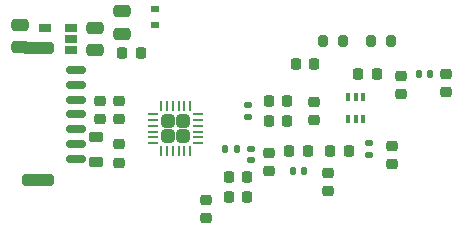
<source format=gbr>
%TF.GenerationSoftware,KiCad,Pcbnew,6.0.4-6f826c9f35~116~ubuntu20.04.1*%
%TF.CreationDate,2022-06-02T21:43:18+00:00*%
%TF.ProjectId,TFLORA01B,54464c4f-5241-4303-9142-2e6b69636164,rev?*%
%TF.SameCoordinates,Original*%
%TF.FileFunction,Paste,Bot*%
%TF.FilePolarity,Positive*%
%FSLAX46Y46*%
G04 Gerber Fmt 4.6, Leading zero omitted, Abs format (unit mm)*
G04 Created by KiCad (PCBNEW 6.0.4-6f826c9f35~116~ubuntu20.04.1) date 2022-06-02 21:43:18*
%MOMM*%
%LPD*%
G01*
G04 APERTURE LIST*
G04 Aperture macros list*
%AMRoundRect*
0 Rectangle with rounded corners*
0 $1 Rounding radius*
0 $2 $3 $4 $5 $6 $7 $8 $9 X,Y pos of 4 corners*
0 Add a 4 corners polygon primitive as box body*
4,1,4,$2,$3,$4,$5,$6,$7,$8,$9,$2,$3,0*
0 Add four circle primitives for the rounded corners*
1,1,$1+$1,$2,$3*
1,1,$1+$1,$4,$5*
1,1,$1+$1,$6,$7*
1,1,$1+$1,$8,$9*
0 Add four rect primitives between the rounded corners*
20,1,$1+$1,$2,$3,$4,$5,0*
20,1,$1+$1,$4,$5,$6,$7,0*
20,1,$1+$1,$6,$7,$8,$9,0*
20,1,$1+$1,$8,$9,$2,$3,0*%
G04 Aperture macros list end*
%ADD10RoundRect,0.225000X0.250000X-0.225000X0.250000X0.225000X-0.250000X0.225000X-0.250000X-0.225000X0*%
%ADD11RoundRect,0.225000X0.225000X0.250000X-0.225000X0.250000X-0.225000X-0.250000X0.225000X-0.250000X0*%
%ADD12RoundRect,0.225000X-0.225000X-0.250000X0.225000X-0.250000X0.225000X0.250000X-0.225000X0.250000X0*%
%ADD13RoundRect,0.250000X0.315000X-0.315000X0.315000X0.315000X-0.315000X0.315000X-0.315000X-0.315000X0*%
%ADD14RoundRect,0.062500X0.062500X-0.350000X0.062500X0.350000X-0.062500X0.350000X-0.062500X-0.350000X0*%
%ADD15RoundRect,0.062500X0.350000X-0.062500X0.350000X0.062500X-0.350000X0.062500X-0.350000X-0.062500X0*%
%ADD16RoundRect,0.200000X-0.200000X-0.275000X0.200000X-0.275000X0.200000X0.275000X-0.200000X0.275000X0*%
%ADD17RoundRect,0.147500X-0.172500X0.147500X-0.172500X-0.147500X0.172500X-0.147500X0.172500X0.147500X0*%
%ADD18RoundRect,0.147500X-0.147500X-0.172500X0.147500X-0.172500X0.147500X0.172500X-0.147500X0.172500X0*%
%ADD19RoundRect,0.218750X0.381250X-0.218750X0.381250X0.218750X-0.381250X0.218750X-0.381250X-0.218750X0*%
%ADD20RoundRect,0.147500X0.172500X-0.147500X0.172500X0.147500X-0.172500X0.147500X-0.172500X-0.147500X0*%
%ADD21RoundRect,0.225000X-0.250000X0.225000X-0.250000X-0.225000X0.250000X-0.225000X0.250000X0.225000X0*%
%ADD22R,1.060000X0.650000*%
%ADD23RoundRect,0.250000X0.475000X-0.250000X0.475000X0.250000X-0.475000X0.250000X-0.475000X-0.250000X0*%
%ADD24RoundRect,0.250000X-0.475000X0.250000X-0.475000X-0.250000X0.475000X-0.250000X0.475000X0.250000X0*%
%ADD25R,0.400000X0.650000*%
%ADD26R,0.700000X0.600000*%
%ADD27RoundRect,0.200000X0.200000X0.275000X-0.200000X0.275000X-0.200000X-0.275000X0.200000X-0.275000X0*%
%ADD28RoundRect,0.150000X0.700000X-0.150000X0.700000X0.150000X-0.700000X0.150000X-0.700000X-0.150000X0*%
%ADD29RoundRect,0.250000X1.100000X-0.250000X1.100000X0.250000X-1.100000X0.250000X-1.100000X-0.250000X0*%
G04 APERTURE END LIST*
D10*
%TO.C,C19*%
X168949600Y-114705000D03*
X168949600Y-113155000D03*
%TD*%
D11*
%TO.C,C18*%
X161571000Y-112141000D03*
X160021000Y-112141000D03*
%TD*%
D10*
%TO.C,C12*%
X161558000Y-116921000D03*
X161558000Y-115371000D03*
%TD*%
%TO.C,C22*%
X172720000Y-114567000D03*
X172720000Y-113017000D03*
%TD*%
%TO.C,C4*%
X145058000Y-120521000D03*
X145058000Y-118971000D03*
%TD*%
%TO.C,C5*%
X143458000Y-116821000D03*
X143458000Y-115271000D03*
%TD*%
%TO.C,C1*%
X152458000Y-125235000D03*
X152458000Y-123685000D03*
%TD*%
D11*
%TO.C,C10*%
X159285000Y-117046000D03*
X157735000Y-117046000D03*
%TD*%
D10*
%TO.C,C6*%
X145058000Y-116821000D03*
X145058000Y-115271000D03*
%TD*%
D12*
%TO.C,C8*%
X157735000Y-115316000D03*
X159285000Y-115316000D03*
%TD*%
D13*
%TO.C,U1*%
X150508000Y-116996000D03*
X150508000Y-118296000D03*
X149208000Y-118296000D03*
X149208000Y-116996000D03*
D14*
X151108000Y-119583500D03*
X150608000Y-119583500D03*
X150108000Y-119583500D03*
X149608000Y-119583500D03*
X149108000Y-119583500D03*
X148608000Y-119583500D03*
D15*
X147920500Y-118896000D03*
X147920500Y-118396000D03*
X147920500Y-117896000D03*
X147920500Y-117396000D03*
X147920500Y-116896000D03*
X147920500Y-116396000D03*
D14*
X148608000Y-115708500D03*
X149108000Y-115708500D03*
X149608000Y-115708500D03*
X150108000Y-115708500D03*
X150608000Y-115708500D03*
X151108000Y-115708500D03*
D15*
X151795500Y-116396000D03*
X151795500Y-116896000D03*
X151795500Y-117396000D03*
X151795500Y-117896000D03*
X151795500Y-118396000D03*
X151795500Y-118896000D03*
%TD*%
D16*
%TO.C,R1*%
X166408500Y-110236000D03*
X168058500Y-110236000D03*
%TD*%
D17*
%TO.C,L2*%
X155970000Y-115661000D03*
X155970000Y-116631000D03*
%TD*%
D18*
%TO.C,L7*%
X170464600Y-113030000D03*
X171434600Y-113030000D03*
%TD*%
D19*
%TO.C,L1*%
X143158000Y-120442500D03*
X143158000Y-118317500D03*
%TD*%
D20*
%TO.C,L4*%
X156258000Y-120331000D03*
X156258000Y-119361000D03*
%TD*%
%TO.C,L6*%
X166217600Y-119865000D03*
X166217600Y-118895000D03*
%TD*%
D18*
%TO.C,L5*%
X159773000Y-121246000D03*
X160743000Y-121246000D03*
%TD*%
D11*
%TO.C,C13*%
X161033000Y-119546000D03*
X159483000Y-119546000D03*
%TD*%
D21*
%TO.C,C16*%
X168148000Y-119113000D03*
X168148000Y-120663000D03*
%TD*%
D11*
%TO.C,C17*%
X166879600Y-113030000D03*
X165329600Y-113030000D03*
%TD*%
D21*
%TO.C,C14*%
X162758000Y-121385000D03*
X162758000Y-122935000D03*
%TD*%
%TO.C,C11*%
X157758000Y-119671000D03*
X157758000Y-121221000D03*
%TD*%
D11*
%TO.C,C15*%
X164514800Y-119532400D03*
X162964800Y-119532400D03*
%TD*%
%TO.C,C9*%
X155908000Y-121746000D03*
X154358000Y-121746000D03*
%TD*%
%TO.C,C7*%
X155908000Y-123446000D03*
X154358000Y-123446000D03*
%TD*%
D18*
%TO.C,L3*%
X154073000Y-119346000D03*
X155043000Y-119346000D03*
%TD*%
D12*
%TO.C,C2*%
X145363000Y-111252000D03*
X146913000Y-111252000D03*
%TD*%
D22*
%TO.C,U2*%
X141038000Y-109102000D03*
X141038000Y-110052000D03*
X141038000Y-111002000D03*
X138838000Y-111002000D03*
X138838000Y-109102000D03*
%TD*%
D23*
%TO.C,C24*%
X136652000Y-110741500D03*
X136652000Y-108841500D03*
%TD*%
D24*
%TO.C,C21*%
X143038000Y-109102000D03*
X143038000Y-111002000D03*
%TD*%
D23*
%TO.C,C25*%
X145288000Y-109598500D03*
X145288000Y-107698500D03*
%TD*%
D25*
%TO.C,U3*%
X165750000Y-116836000D03*
X165100000Y-116836000D03*
X164450000Y-116836000D03*
X164450000Y-114936000D03*
X165100000Y-114936000D03*
X165750000Y-114936000D03*
%TD*%
D26*
%TO.C,D1*%
X148132800Y-108904000D03*
X148132800Y-107504000D03*
%TD*%
D27*
%TO.C,R2*%
X163994500Y-110236000D03*
X162344500Y-110236000D03*
%TD*%
D28*
%TO.C,J1*%
X141397600Y-120183600D03*
X141397600Y-118933600D03*
X141397600Y-117683600D03*
X141397600Y-116433600D03*
X141397600Y-115183600D03*
X141397600Y-113933600D03*
X141397600Y-112683600D03*
D29*
X138197600Y-122033600D03*
X138197600Y-110833600D03*
%TD*%
M02*

</source>
